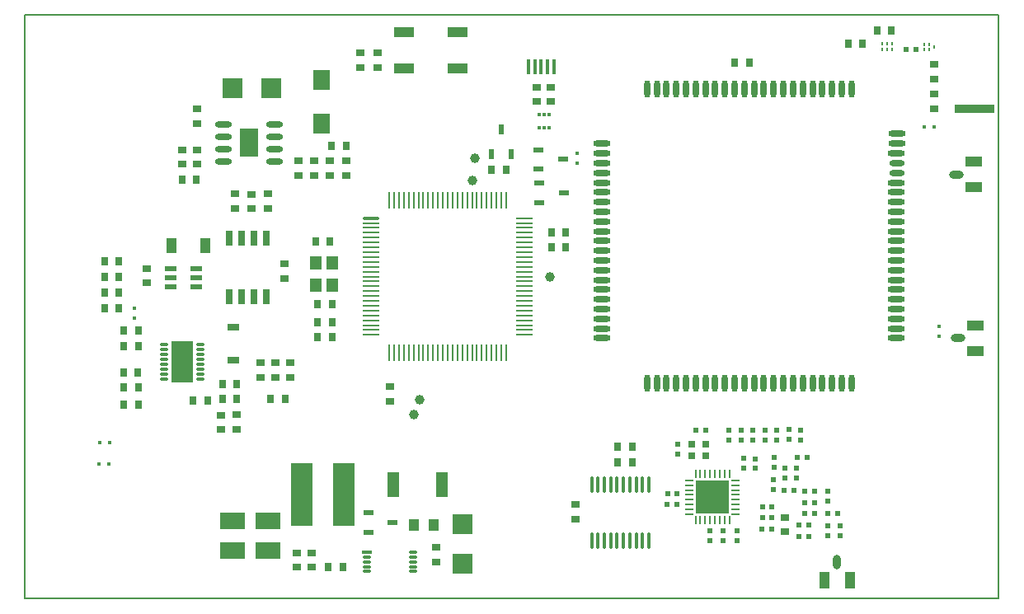
<source format=gtp>
%FSLAX25Y25*%
%MOIN*%
G70*
G01*
G75*
G04 Layer_Color=8421504*
%ADD10C,0.02000*%
%ADD11C,0.03000*%
%ADD12R,0.01575X0.01181*%
%ADD13R,0.01181X0.01575*%
%ADD14O,0.05906X0.03150*%
%ADD15R,0.07087X0.03937*%
%ADD16C,0.03937*%
%ADD17R,0.02756X0.03347*%
%ADD18R,0.03347X0.02756*%
%ADD19R,0.03937X0.05906*%
%ADD20R,0.04724X0.03150*%
%ADD21R,0.02500X0.05906*%
%ADD22R,0.04803X0.02441*%
%ADD23R,0.04800X0.05600*%
%ADD24R,0.07480X0.11811*%
%ADD25O,0.06890X0.02362*%
%ADD26R,0.03937X0.05118*%
%ADD27R,0.08898X0.25590*%
%ADD28R,0.03937X0.02362*%
%ADD29R,0.04724X0.09843*%
%ADD30O,0.03937X0.01181*%
%ADD31R,0.03937X0.01181*%
%ADD32R,0.07874X0.07874*%
%ADD33R,0.10000X0.07000*%
%ADD34R,0.02362X0.03937*%
%ADD35R,0.07874X0.03937*%
%ADD36O,0.06693X0.01063*%
%ADD37R,0.06693X0.01063*%
%ADD38R,0.01063X0.06693*%
%ADD39O,0.03740X0.01378*%
%ADD40R,0.08661X0.16929*%
%ADD41R,0.07874X0.07874*%
%ADD42R,0.07087X0.07874*%
%ADD43R,0.02362X0.02362*%
%ADD44R,0.03150X0.02559*%
%ADD45R,0.03937X0.07087*%
%ADD46O,0.03150X0.05906*%
%ADD47O,0.01378X0.06693*%
%ADD48R,0.02362X0.02362*%
%ADD49R,0.13386X0.13386*%
%ADD50O,0.00984X0.03740*%
%ADD51O,0.03740X0.00984*%
%ADD52O,0.02362X0.07087*%
%ADD53O,0.07087X0.02362*%
%ADD54O,0.06299X0.02362*%
%ADD55R,0.00984X0.01575*%
%ADD56R,0.02362X0.01969*%
%ADD57R,0.00984X0.01299*%
G04:AMPARAMS|DCode=58|XSize=35.43mil|YSize=157.48mil|CornerRadius=1.77mil|HoleSize=0mil|Usage=FLASHONLY|Rotation=90.000|XOffset=0mil|YOffset=0mil|HoleType=Round|Shape=RoundedRectangle|*
%AMROUNDEDRECTD58*
21,1,0.03543,0.15394,0,0,90.0*
21,1,0.03189,0.15748,0,0,90.0*
1,1,0.00354,0.07697,0.01595*
1,1,0.00354,0.07697,-0.01595*
1,1,0.00354,-0.07697,-0.01595*
1,1,0.00354,-0.07697,0.01595*
%
%ADD58ROUNDEDRECTD58*%
%ADD59R,0.01200X0.01800*%
%ADD60R,0.01575X0.05906*%
%ADD61C,0.01000*%
%ADD62C,0.01200*%
%ADD63C,0.02500*%
%ADD64C,0.04000*%
%ADD65C,0.08000*%
%ADD66C,0.01500*%
%ADD67C,0.00800*%
%ADD68R,0.07500X0.15500*%
%ADD69R,0.07560X0.20391*%
%ADD70R,0.06000X0.09600*%
%ADD71R,0.06700X0.09800*%
%ADD72R,0.04200X0.18700*%
%ADD73R,0.08100X0.13300*%
%ADD74R,0.05700X0.21700*%
%ADD75R,0.18000X0.08400*%
%ADD76R,0.10500X0.06400*%
%ADD77R,0.16200X0.16000*%
%ADD78R,0.27300X0.16100*%
%ADD79R,0.06200X0.14700*%
%ADD80R,0.34969X0.11400*%
%ADD81R,0.06500X1.11800*%
%ADD82C,0.00500*%
%ADD83C,0.07874*%
%ADD84O,0.07874X0.11811*%
%ADD85R,0.07874X0.11811*%
%ADD86C,0.13780*%
%ADD87R,0.05906X0.05906*%
%ADD88C,0.05906*%
%ADD89R,0.07874X0.07874*%
G04:AMPARAMS|DCode=90|XSize=51.18mil|YSize=173.23mil|CornerRadius=2.56mil|HoleSize=0mil|Usage=FLASHONLY|Rotation=90.000|XOffset=0mil|YOffset=0mil|HoleType=Round|Shape=RoundedRectangle|*
%AMROUNDEDRECTD90*
21,1,0.05118,0.16811,0,0,90.0*
21,1,0.04606,0.17323,0,0,90.0*
1,1,0.00512,0.08406,0.02303*
1,1,0.00512,0.08406,-0.02303*
1,1,0.00512,-0.08406,-0.02303*
1,1,0.00512,-0.08406,0.02303*
%
%ADD90ROUNDEDRECTD90*%
%ADD91C,0.01969*%
%ADD92R,0.05315X0.07284*%
%ADD93C,0.04000*%
%ADD94C,0.02000*%
%ADD95C,0.03000*%
%ADD96C,0.05000*%
%ADD97C,0.02598*%
%ADD98C,0.01600*%
%ADD99C,0.07518*%
G04:AMPARAMS|DCode=100|XSize=111.181mil|YSize=111.181mil|CornerRadius=0mil|HoleSize=0mil|Usage=FLASHONLY|Rotation=0.000|XOffset=0mil|YOffset=0mil|HoleType=Round|Shape=Relief|Width=10mil|Gap=10mil|Entries=4|*
%AMTHD100*
7,0,0,0.11118,0.09118,0.01000,45*
%
%ADD100THD100*%
%ADD101C,0.07124*%
G04:AMPARAMS|DCode=102|XSize=107.244mil|YSize=107.244mil|CornerRadius=0mil|HoleSize=0mil|Usage=FLASHONLY|Rotation=0.000|XOffset=0mil|YOffset=0mil|HoleType=Round|Shape=Relief|Width=10mil|Gap=10mil|Entries=4|*
%AMTHD102*
7,0,0,0.10724,0.08724,0.01000,45*
%
%ADD102THD102*%
%ADD103C,0.04369*%
%ADD104C,0.11061*%
%ADD105C,0.05943*%
G04:AMPARAMS|DCode=106|XSize=95.433mil|YSize=95.433mil|CornerRadius=0mil|HoleSize=0mil|Usage=FLASHONLY|Rotation=0.000|XOffset=0mil|YOffset=0mil|HoleType=Round|Shape=Relief|Width=10mil|Gap=10mil|Entries=4|*
%AMTHD106*
7,0,0,0.09543,0.07543,0.01000,45*
%
%ADD106THD106*%
G04:AMPARAMS|DCode=107|XSize=79.685mil|YSize=79.685mil|CornerRadius=0mil|HoleSize=0mil|Usage=FLASHONLY|Rotation=0.000|XOffset=0mil|YOffset=0mil|HoleType=Round|Shape=Relief|Width=10mil|Gap=10mil|Entries=4|*
%AMTHD107*
7,0,0,0.07969,0.05969,0.01000,45*
%
%ADD107THD107*%
%ADD108C,0.06337*%
%ADD109C,0.05400*%
%ADD110C,0.03600*%
G04:AMPARAMS|DCode=111|XSize=72mil|YSize=72mil|CornerRadius=0mil|HoleSize=0mil|Usage=FLASHONLY|Rotation=0.000|XOffset=0mil|YOffset=0mil|HoleType=Round|Shape=Relief|Width=10mil|Gap=10mil|Entries=4|*
%AMTHD111*
7,0,0,0.07200,0.05200,0.01000,45*
%
%ADD111THD111*%
G04:AMPARAMS|DCode=112|XSize=80mil|YSize=80mil|CornerRadius=0mil|HoleSize=0mil|Usage=FLASHONLY|Rotation=0.000|XOffset=0mil|YOffset=0mil|HoleType=Round|Shape=Relief|Width=10mil|Gap=10mil|Entries=4|*
%AMTHD112*
7,0,0,0.08000,0.06000,0.01000,45*
%
%ADD112THD112*%
%ADD113C,0.04400*%
G04:AMPARAMS|DCode=114|XSize=99.37mil|YSize=99.37mil|CornerRadius=0mil|HoleSize=0mil|Usage=FLASHONLY|Rotation=0.000|XOffset=0mil|YOffset=0mil|HoleType=Round|Shape=Relief|Width=10mil|Gap=10mil|Entries=4|*
%AMTHD114*
7,0,0,0.09937,0.07937,0.01000,45*
%
%ADD114THD114*%
G04:AMPARAMS|DCode=115|XSize=72.992mil|YSize=72.992mil|CornerRadius=0mil|HoleSize=0mil|Usage=FLASHONLY|Rotation=0.000|XOffset=0mil|YOffset=0mil|HoleType=Round|Shape=Relief|Width=10mil|Gap=10mil|Entries=4|*
%AMTHD115*
7,0,0,0.07299,0.05299,0.01000,45*
%
%ADD115THD115*%
G04:AMPARAMS|DCode=116|XSize=68mil|YSize=68mil|CornerRadius=0mil|HoleSize=0mil|Usage=FLASHONLY|Rotation=0.000|XOffset=0mil|YOffset=0mil|HoleType=Round|Shape=Relief|Width=10mil|Gap=10mil|Entries=4|*
%AMTHD116*
7,0,0,0.06800,0.04800,0.01000,45*
%
%ADD116THD116*%
%ADD117C,0.05000*%
%ADD118C,0.06000*%
%ADD119R,0.08300X0.13500*%
%ADD120R,0.19700X0.09100*%
%ADD121R,0.09400X0.25200*%
%ADD122R,0.39000X0.13800*%
%ADD123R,0.06200X0.13300*%
%ADD124R,0.03347X0.01575*%
%ADD125R,0.03937X0.07087*%
%ADD126R,0.05118X0.13780*%
%ADD127R,0.08661X0.11024*%
%ADD128R,0.07000X0.10000*%
%ADD129R,0.19685X0.05118*%
%ADD130R,0.05500X0.02500*%
%ADD131R,0.01969X0.06299*%
%ADD132R,0.14410X0.07874*%
%ADD133R,0.01969X0.07874*%
%ADD134R,0.07087X0.03937*%
%ADD135R,0.03150X0.04724*%
%ADD136R,0.09843X0.01969*%
%ADD137O,0.08661X0.02362*%
%ADD138O,0.09843X0.02362*%
%ADD139O,0.01378X0.03740*%
%ADD140R,0.16929X0.08661*%
%ADD141R,0.03937X0.03150*%
%ADD142R,0.04843X0.02559*%
%ADD143R,0.08268X0.02756*%
%ADD144O,0.03543X0.01969*%
%ADD145O,0.03543X0.01969*%
%ADD146R,0.03543X0.01969*%
%ADD147R,0.07874X0.01969*%
%ADD148R,0.21349X0.07288*%
%ADD149R,0.14400X0.12900*%
%ADD150R,0.29900X0.09831*%
%ADD151R,0.11032X0.11400*%
%ADD152R,0.10000X0.37866*%
%ADD153R,0.16500X0.11800*%
%ADD154R,0.09800X0.45300*%
%ADD155R,0.05400X0.09900*%
%ADD156R,0.03600X0.06700*%
%ADD157R,0.20400X0.10800*%
%ADD158R,0.16400X0.04300*%
%ADD159R,0.04900X0.17100*%
%ADD160R,0.07600X0.08300*%
%ADD161R,0.08900X0.10200*%
%ADD162R,0.08600X0.09700*%
%ADD163R,0.17500X0.06700*%
%ADD164R,0.08965X0.03474*%
%ADD165R,0.29300X0.15600*%
%ADD166R,0.14700X0.03700*%
%ADD167R,0.07300X0.37900*%
%ADD168R,0.26931X0.16000*%
%ADD169R,0.48700X0.11300*%
%ADD170C,0.00700*%
%ADD171C,0.00984*%
%ADD172C,0.02362*%
%ADD173C,0.00300*%
%ADD174C,0.00600*%
%ADD175C,0.00787*%
%ADD176R,0.05417X0.06634*%
D12*
X-125900Y98037D02*
D03*
Y94100D02*
D03*
X199600Y86863D02*
D03*
Y90800D02*
D03*
X53300Y160800D02*
D03*
Y156863D02*
D03*
D13*
X-136000Y44000D02*
D03*
X-139937D02*
D03*
X-140037Y35300D02*
D03*
X-136100D02*
D03*
X197537Y171500D02*
D03*
X193600D02*
D03*
D14*
X206432Y152300D02*
D03*
X207200Y86010D02*
D03*
D15*
X213518Y157418D02*
D03*
X213518Y147182D02*
D03*
X214287Y91128D02*
D03*
X214286Y80892D02*
D03*
D16*
X-10493Y61193D02*
D03*
X-12734Y55134D02*
D03*
X11800Y159000D02*
D03*
X10800Y149800D02*
D03*
X42000Y111000D02*
D03*
D17*
X-132100Y117300D02*
D03*
X-138005D02*
D03*
X-132100Y98064D02*
D03*
X-138005D02*
D03*
X-46769Y125181D02*
D03*
X-52674D02*
D03*
X-51768Y92500D02*
D03*
X-45863D02*
D03*
X-51700Y99700D02*
D03*
X-45794D02*
D03*
X-124200Y89100D02*
D03*
X-130105D02*
D03*
X-124200Y82700D02*
D03*
X-130105D02*
D03*
X-132100Y104476D02*
D03*
X-138005D02*
D03*
X-45968Y86400D02*
D03*
X-51874D02*
D03*
X-132100Y110888D02*
D03*
X-138005D02*
D03*
X-46134Y163800D02*
D03*
X-40228D02*
D03*
X-100768Y150200D02*
D03*
X-106674D02*
D03*
X-47500Y-6400D02*
D03*
X-41594D02*
D03*
X-84400Y61400D02*
D03*
X-90306D02*
D03*
X-102200Y61000D02*
D03*
X-96294D02*
D03*
X-64868Y61500D02*
D03*
X-70774D02*
D03*
X-130300Y72200D02*
D03*
X-124395D02*
D03*
X-90306Y67400D02*
D03*
X-84400D02*
D03*
X-124200Y66300D02*
D03*
X-130105D02*
D03*
X-124200Y59100D02*
D03*
X-130105D02*
D03*
X18531Y154300D02*
D03*
X24437D02*
D03*
X69595Y35700D02*
D03*
X75500D02*
D03*
X69537Y42300D02*
D03*
X75442D02*
D03*
X122800Y197600D02*
D03*
X116894D02*
D03*
X168631Y205200D02*
D03*
X162726D02*
D03*
X180300Y210600D02*
D03*
X174395D02*
D03*
X48637Y122800D02*
D03*
X42731D02*
D03*
X48637Y129000D02*
D03*
X42731D02*
D03*
D18*
X-65168Y116200D02*
D03*
Y110294D02*
D03*
X-120700Y108400D02*
D03*
Y114305D02*
D03*
X-72003Y144400D02*
D03*
Y138495D02*
D03*
X-85103Y138495D02*
D03*
Y144400D02*
D03*
X-100442Y178700D02*
D03*
Y172794D02*
D03*
X-40334Y151894D02*
D03*
Y157800D02*
D03*
X-53180D02*
D03*
Y151894D02*
D03*
X-100568Y156400D02*
D03*
Y162305D02*
D03*
X-106569Y162300D02*
D03*
Y156395D02*
D03*
X-46757Y157800D02*
D03*
Y151894D02*
D03*
X-59603Y157800D02*
D03*
Y151894D02*
D03*
X-78400Y138400D02*
D03*
Y144306D02*
D03*
X-3800Y1500D02*
D03*
Y-4405D02*
D03*
X-54043Y-716D02*
D03*
Y-6622D02*
D03*
X-60135Y-739D02*
D03*
Y-6645D02*
D03*
X-34400Y195500D02*
D03*
Y201406D02*
D03*
X-68968Y76200D02*
D03*
Y70294D02*
D03*
X-62968Y76200D02*
D03*
Y70294D02*
D03*
X-74968Y76200D02*
D03*
Y70294D02*
D03*
X-84400Y55100D02*
D03*
Y49194D02*
D03*
X-91000Y49100D02*
D03*
Y55006D02*
D03*
X-27500Y201500D02*
D03*
Y195595D02*
D03*
X-22600Y66500D02*
D03*
Y60594D02*
D03*
X137300Y7694D02*
D03*
Y13600D02*
D03*
X52631Y12900D02*
D03*
Y18805D02*
D03*
X197531Y191000D02*
D03*
Y196906D02*
D03*
X197500Y179000D02*
D03*
Y184906D02*
D03*
X42632Y187600D02*
D03*
Y181694D02*
D03*
X36731Y187600D02*
D03*
Y181694D02*
D03*
D19*
X-110979Y123500D02*
D03*
X-97200D02*
D03*
D20*
X-85969Y77114D02*
D03*
Y90500D02*
D03*
D21*
X-77538Y102818D02*
D03*
X-82538Y126440D02*
D03*
X-87538D02*
D03*
X-72538Y102818D02*
D03*
X-87538D02*
D03*
X-72538Y126440D02*
D03*
X-77538D02*
D03*
X-82538Y102818D02*
D03*
D22*
X-100782Y110513D02*
D03*
Y114253D02*
D03*
X-111097Y106773D02*
D03*
Y114253D02*
D03*
Y110513D02*
D03*
X-100782Y106773D02*
D03*
D23*
X-52569Y107650D02*
D03*
Y116381D02*
D03*
X-45822Y107650D02*
D03*
X-45822Y116381D02*
D03*
D24*
X-79568Y165100D02*
D03*
D25*
X-69332Y157600D02*
D03*
Y162600D02*
D03*
Y167600D02*
D03*
Y172600D02*
D03*
X-89805Y157600D02*
D03*
Y162600D02*
D03*
Y167600D02*
D03*
Y172600D02*
D03*
D26*
X-12800Y10400D02*
D03*
X-4926D02*
D03*
D27*
X-58069Y22705D02*
D03*
X-41336D02*
D03*
D28*
X-31200Y15500D02*
D03*
X-21358Y11563D02*
D03*
X-31200Y7626D02*
D03*
X37832Y148700D02*
D03*
X47674Y144763D02*
D03*
X37832Y140826D02*
D03*
X37631Y162300D02*
D03*
X47474Y158363D02*
D03*
X37631Y154426D02*
D03*
D29*
X-1615Y26700D02*
D03*
X-21300D02*
D03*
D30*
X-13268Y-6340D02*
D03*
X-31969Y-8309D02*
D03*
Y-6340D02*
D03*
X-13268Y-4372D02*
D03*
X-31969D02*
D03*
Y-2403D02*
D03*
X-13268Y-435D02*
D03*
Y-2403D02*
D03*
Y-8309D02*
D03*
D31*
X-31969Y-435D02*
D03*
D32*
X6800Y10748D02*
D03*
Y-5000D02*
D03*
D33*
X-86300Y100D02*
D03*
Y12100D02*
D03*
X-71900Y300D02*
D03*
Y12300D02*
D03*
D34*
X18600Y160500D02*
D03*
X22537Y170343D02*
D03*
X26474Y160500D02*
D03*
D35*
X4685Y209767D02*
D03*
Y195200D02*
D03*
X-16969Y209767D02*
D03*
Y195200D02*
D03*
D36*
X-30074Y134622D02*
D03*
D37*
Y132653D02*
D03*
Y130685D02*
D03*
Y128717D02*
D03*
Y126748D02*
D03*
Y124779D02*
D03*
Y122811D02*
D03*
Y120843D02*
D03*
Y118874D02*
D03*
Y116905D02*
D03*
Y114937D02*
D03*
Y112969D02*
D03*
Y111000D02*
D03*
Y109031D02*
D03*
Y107063D02*
D03*
Y105095D02*
D03*
Y103126D02*
D03*
Y101157D02*
D03*
Y99189D02*
D03*
Y97220D02*
D03*
Y95252D02*
D03*
Y93283D02*
D03*
Y91315D02*
D03*
Y89346D02*
D03*
Y87378D02*
D03*
X31737D02*
D03*
Y89346D02*
D03*
Y91315D02*
D03*
Y93283D02*
D03*
Y95252D02*
D03*
Y97220D02*
D03*
Y99189D02*
D03*
Y101157D02*
D03*
Y103126D02*
D03*
Y105095D02*
D03*
Y107063D02*
D03*
Y109031D02*
D03*
Y111000D02*
D03*
Y112969D02*
D03*
Y114937D02*
D03*
Y116905D02*
D03*
Y118874D02*
D03*
Y120843D02*
D03*
Y122811D02*
D03*
Y124779D02*
D03*
Y126748D02*
D03*
Y128717D02*
D03*
Y130685D02*
D03*
Y132653D02*
D03*
Y134622D02*
D03*
D38*
X-22791Y80094D02*
D03*
X-20822D02*
D03*
X-18854D02*
D03*
X-16885D02*
D03*
X-14917D02*
D03*
X-12948D02*
D03*
X-10979D02*
D03*
X-9011D02*
D03*
X-7042D02*
D03*
X-5074D02*
D03*
X-3105D02*
D03*
X-1137D02*
D03*
X831D02*
D03*
X2800D02*
D03*
X4769D02*
D03*
X6737D02*
D03*
X8705D02*
D03*
X10674D02*
D03*
X12642D02*
D03*
X14611D02*
D03*
X16579D02*
D03*
X18548D02*
D03*
X20516D02*
D03*
X22485D02*
D03*
X24453D02*
D03*
Y141905D02*
D03*
X22485D02*
D03*
X20516D02*
D03*
X18548D02*
D03*
X16579D02*
D03*
X14611D02*
D03*
X12642D02*
D03*
X10674D02*
D03*
X8705D02*
D03*
X6737D02*
D03*
X4769D02*
D03*
X2800D02*
D03*
X831D02*
D03*
X-1137D02*
D03*
X-3105D02*
D03*
X-5074D02*
D03*
X-7042D02*
D03*
X-9011D02*
D03*
X-10979D02*
D03*
X-12948D02*
D03*
X-14917D02*
D03*
X-16885D02*
D03*
X-18854D02*
D03*
X-20822D02*
D03*
X-22791D02*
D03*
D39*
X-113850Y83390D02*
D03*
Y81421D02*
D03*
Y79453D02*
D03*
Y77484D02*
D03*
Y75516D02*
D03*
Y73547D02*
D03*
Y71579D02*
D03*
Y69610D02*
D03*
X-99087D02*
D03*
Y71579D02*
D03*
Y73547D02*
D03*
Y75516D02*
D03*
Y77484D02*
D03*
Y79453D02*
D03*
Y81421D02*
D03*
Y83390D02*
D03*
D40*
X-106468Y76500D02*
D03*
D41*
X-70420Y187100D02*
D03*
X-86168D02*
D03*
D42*
X-50169Y190617D02*
D03*
X-50068Y172900D02*
D03*
D43*
X142863Y5700D02*
D03*
X146800D02*
D03*
X142863Y10400D02*
D03*
X146800D02*
D03*
X131937Y13400D02*
D03*
X128000D02*
D03*
X145263Y19600D02*
D03*
X149200D02*
D03*
X136863Y24400D02*
D03*
X140800D02*
D03*
X131737Y8900D02*
D03*
X127800D02*
D03*
X93637Y23100D02*
D03*
X89700D02*
D03*
X154563Y15200D02*
D03*
X158500D02*
D03*
X149237Y15100D02*
D03*
X145300D02*
D03*
X131937Y17900D02*
D03*
X128000D02*
D03*
X145263Y24300D02*
D03*
X149200D02*
D03*
X93537Y18800D02*
D03*
X89600D02*
D03*
X142063Y37800D02*
D03*
X146000D02*
D03*
X101263Y48900D02*
D03*
X105200D02*
D03*
D44*
X99347Y43164D02*
D03*
X105253Y43164D02*
D03*
X99347Y38636D02*
D03*
X105253D02*
D03*
D45*
X153182Y-11687D02*
D03*
X163418Y-11687D02*
D03*
D46*
X158300Y-4600D02*
D03*
D47*
X82116Y26720D02*
D03*
X79557D02*
D03*
X76998D02*
D03*
X74439D02*
D03*
X71880D02*
D03*
X69320D02*
D03*
X66761D02*
D03*
X64202D02*
D03*
X61643D02*
D03*
X59084D02*
D03*
X82116Y4279D02*
D03*
X79557D02*
D03*
X76998D02*
D03*
X74439D02*
D03*
X71880D02*
D03*
X69320D02*
D03*
X66761D02*
D03*
X64202D02*
D03*
X61643D02*
D03*
X59084D02*
D03*
D48*
X154600Y10237D02*
D03*
Y6300D02*
D03*
X154400Y24237D02*
D03*
Y20300D02*
D03*
X132600Y24963D02*
D03*
Y28900D02*
D03*
X132735Y33863D02*
D03*
Y37800D02*
D03*
X141800Y29463D02*
D03*
Y33400D02*
D03*
X117900Y8237D02*
D03*
Y4300D02*
D03*
X106875Y8037D02*
D03*
Y4100D02*
D03*
X159500Y6263D02*
D03*
Y10200D02*
D03*
X112300Y8237D02*
D03*
Y4300D02*
D03*
X137000Y33437D02*
D03*
Y29500D02*
D03*
X125000Y37337D02*
D03*
Y33400D02*
D03*
X119350Y48937D02*
D03*
Y45000D02*
D03*
X120500Y37437D02*
D03*
Y33500D02*
D03*
X124200Y45000D02*
D03*
Y48937D02*
D03*
X143600D02*
D03*
Y45000D02*
D03*
X138800Y49037D02*
D03*
Y45100D02*
D03*
X133900Y48937D02*
D03*
Y45000D02*
D03*
X129050Y48937D02*
D03*
Y45000D02*
D03*
X114500Y48937D02*
D03*
Y45000D02*
D03*
X93700Y43037D02*
D03*
Y39100D02*
D03*
D49*
X107900Y21700D02*
D03*
D50*
X101010Y31050D02*
D03*
X102979D02*
D03*
X104947D02*
D03*
X106916D02*
D03*
X108884D02*
D03*
X110853D02*
D03*
X112821D02*
D03*
X114790D02*
D03*
Y12350D02*
D03*
X112821D02*
D03*
X110853D02*
D03*
X108884D02*
D03*
X106916D02*
D03*
X104947D02*
D03*
X102979D02*
D03*
X101010D02*
D03*
D51*
X117250Y28590D02*
D03*
Y26621D02*
D03*
Y24653D02*
D03*
Y22684D02*
D03*
Y20716D02*
D03*
Y18747D02*
D03*
Y16779D02*
D03*
Y14810D02*
D03*
X98550D02*
D03*
Y16779D02*
D03*
Y18747D02*
D03*
Y20716D02*
D03*
Y22684D02*
D03*
Y24653D02*
D03*
Y26621D02*
D03*
Y28590D02*
D03*
D52*
X81394Y186798D02*
D03*
X164072D02*
D03*
X81394Y67900D02*
D03*
X85331D02*
D03*
X89268D02*
D03*
X93205D02*
D03*
X97142D02*
D03*
X101079D02*
D03*
X105017D02*
D03*
X108953D02*
D03*
X112891D02*
D03*
X116828D02*
D03*
X120765D02*
D03*
X124702D02*
D03*
X128639D02*
D03*
X132576D02*
D03*
X136513D02*
D03*
X140450D02*
D03*
X144387D02*
D03*
X148324D02*
D03*
X152261D02*
D03*
X156198D02*
D03*
X160135D02*
D03*
X160135Y186798D02*
D03*
X156198Y186798D02*
D03*
X152261D02*
D03*
X148324D02*
D03*
X144387D02*
D03*
X140450D02*
D03*
X136513D02*
D03*
X132576D02*
D03*
X128639D02*
D03*
X124702D02*
D03*
X120765D02*
D03*
X116828Y186798D02*
D03*
X112891Y186798D02*
D03*
X108953D02*
D03*
X105017Y186798D02*
D03*
X101079Y186798D02*
D03*
X85331D02*
D03*
X97142D02*
D03*
X93205D02*
D03*
X89268D02*
D03*
X164072Y67900D02*
D03*
D53*
X182576Y168687D02*
D03*
X182182Y86010D02*
D03*
X63284D02*
D03*
X182576Y164750D02*
D03*
X182182Y160813D02*
D03*
Y149002D02*
D03*
Y145065D02*
D03*
Y141128D02*
D03*
Y137191D02*
D03*
X182182Y133254D02*
D03*
X182182Y129317D02*
D03*
Y125380D02*
D03*
Y121443D02*
D03*
Y117506D02*
D03*
Y113569D02*
D03*
Y109632D02*
D03*
Y105695D02*
D03*
Y101758D02*
D03*
Y97821D02*
D03*
Y93884D02*
D03*
Y89947D02*
D03*
X63284D02*
D03*
X63284Y93884D02*
D03*
X63284Y97821D02*
D03*
Y101758D02*
D03*
Y105695D02*
D03*
Y109632D02*
D03*
Y113569D02*
D03*
Y117506D02*
D03*
X63284Y121443D02*
D03*
X63284Y125380D02*
D03*
Y129317D02*
D03*
X63284Y133254D02*
D03*
Y137191D02*
D03*
X63284Y141128D02*
D03*
Y145065D02*
D03*
Y149002D02*
D03*
Y152939D02*
D03*
Y156876D02*
D03*
Y160813D02*
D03*
Y164750D02*
D03*
D54*
X182576Y156876D02*
D03*
Y152939D02*
D03*
D55*
X176432Y202800D02*
D03*
X178400D02*
D03*
X180368D02*
D03*
Y205162D02*
D03*
X178400D02*
D03*
X176432D02*
D03*
D56*
X190168Y202800D02*
D03*
X186232D02*
D03*
D57*
X197500Y203800D02*
D03*
X195531Y204784D02*
D03*
X193563D02*
D03*
Y202816D02*
D03*
X195531D02*
D03*
D58*
X213931Y178900D02*
D03*
D59*
X41800Y171200D02*
D03*
X39832D02*
D03*
X37832D02*
D03*
X39832Y176558D02*
D03*
X41800D02*
D03*
X37832D02*
D03*
D60*
X33531Y195900D02*
D03*
X38650D02*
D03*
X41209D02*
D03*
X43768D02*
D03*
X36091D02*
D03*
D82*
X-170069Y-19320D02*
Y216900D01*
X223632D01*
X-170069Y-19320D02*
X223632D01*
Y216900D01*
M02*

</source>
